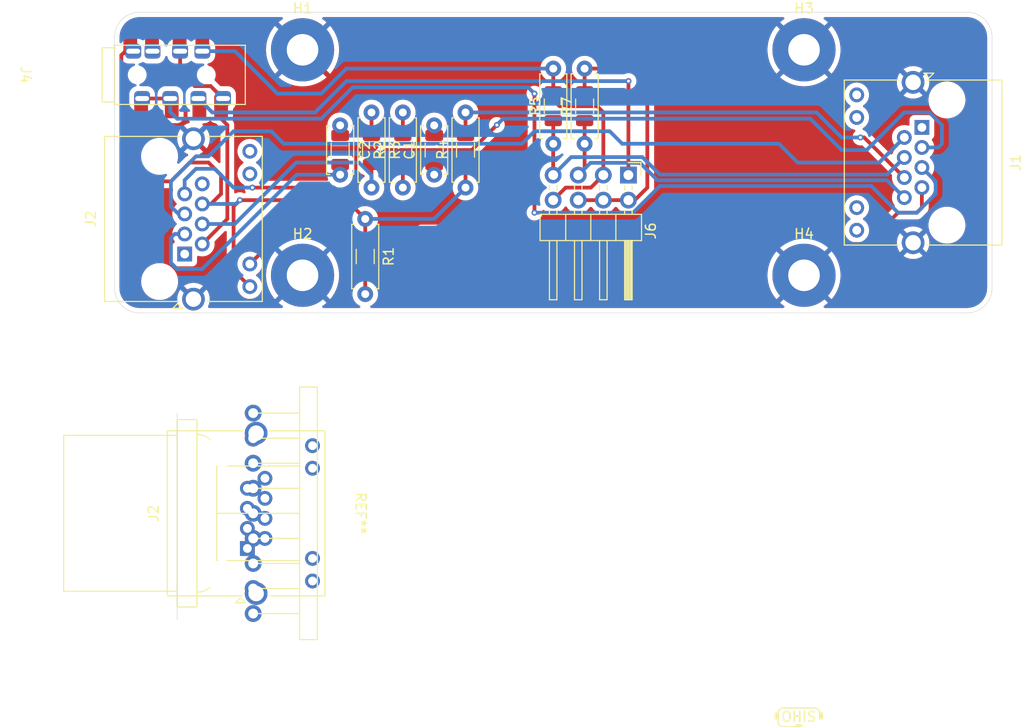
<source format=kicad_pcb>
(kicad_pcb (version 20240108) (generator "pcbnew") (generator_version "8.0")
  (layers (0 "F.Cu" signal) (31 "B.Cu" signal) (34 "B.Paste" user) (35 "F.Paste" user) (36 "B.SilkS" user "B.Silkscreen") (37 "F.SilkS" user "F.Silkscreen") (38 "B.Mask" user) (39 "F.Mask" user) (44 "Edge.Cuts" user))
  (net 0 "")
  (net 1 "Power Gnd")
  (net 3 "AF Out")
  (net 4 "Net-(J6-Pin_3)")
  (net 5 "Net-(J6-Pin_1)")
  (net 6 "HP Gnd")
  (net 8 "Net-(J6-Pin_2)")
  (net 9 "HP Left")
  (net 10 "HP Right")
  (net 11 "Net-(C1-Pad1)")
  (net 12 "OHIS Mic+")
  (net 13 "Mic+")
  (net 14 "Net-(C2-Pad1)")
  (net 15 "Shield")
  (net 16 "~{PTT}")
  (net 20 "Mic Gnd")
  (net 21 "~{Up Button}")
  (net 22 "+8v 10mA")
  (net 23 "~{Down Button}")
  (net 27 "Net-(J2-Pad10)")
  (footprint "Resistor_THT:R_Axial_DIN0207_L6.3mm_D2.5mm_P7.62mm_Horizontal" (layer "F.Cu") (at 89.535 73.66 -90)
    (property "Reference" "R3" (at 3.81 -2.37 90) (layer "F.SilkS"))
    (property "Value" "100R")
    (fp_line (start 0.54 1.37) (end 7.08 1.37) (stroke (width 0.12)) (layer "F.SilkS"))
    (fp_line (start 7.08 1.37) (end 7.08 1.04) (stroke (width 0.12)) (layer "F.SilkS"))
    (fp_line (start 0.54 1.04) (end 0.54 1.37) (stroke (width 0.12)) (layer "F.SilkS"))
    (fp_line (start 0.54 -1.04) (end 0.54 -1.37) (stroke (width 0.12)) (layer "F.SilkS"))
    (fp_line (start 0.54 -1.37) (end 7.08 -1.37) (stroke (width 0.12)) (layer "F.SilkS"))
    (fp_line (start 7.08 -1.37) (end 7.08 -1.04) (stroke (width 0.12)) (layer "F.SilkS"))
    (pad "1" thru_hole circle (at 0 0 270) (size 1.6 1.6) (drill 0.8) (layers "*.Cu" "*.Mask") (net 14 "Net-(C2-Pad1)"))
    (pad "2" thru_hole oval (at 7.62 0 270) (size 1.6 1.6) (drill 0.8) (layers "*.Cu" "*.Mask") (net 20 "Mic Gnd"))
  )
  (footprint "Libraries:Conn_GX16-8P" (layer "F.Cu") (at 69.85 114.3 -90)
    (property "Reference" "REF**" (at 0 -18.6 -90) (layer "F.SilkS"))
    (property "Value" "Conn_GX16-8P")
    (fp_line (start -7.9 11.5) (end 7.9 11.5) (stroke (width 0.12)) (layer "F.SilkS"))
    (fp_line (start 7.9 11.5) (end 7.9 0) (stroke (width 0.12)) (layer "F.SilkS"))
    (fp_line (start -7.9 0) (end -7.9 11.5) (stroke (width 0.12)) (layer "F.SilkS"))
    (fp_line (start -4.8 -4) (end -4.8 -12.4) (stroke (width 0.12)) (layer "F.SilkS"))
    (fp_line (start 0 -4) (end 0 -12.4) (stroke (width 0.12)) (layer "F.SilkS"))
    (fp_line (start 4.8 -4) (end 4.8 -12.4) (stroke (width 0.12)) (layer "F.SilkS"))
    (fp_line (start 6 -4) (end -6 -4) (stroke (width 0.12)) (layer "F.SilkS"))
    (fp_line (start -10.16 -7.62) (end -10.16 -12.446) (stroke (width 0.12)) (layer "F.SilkS"))
    (fp_line (start -7.62 -7.62) (end -7.62 -12.446) (stroke (width 0.12)) (layer "F.SilkS"))
    (fp_line (start -5.08 -7.62) (end -5.08 -12.4) (stroke (width 0.12)) (layer "F.SilkS"))
    (fp_line (start -2.54 -7.62) (end -2.54 -12.446) (stroke (width 0.12)) (layer "F.SilkS"))
    (fp_line (start 2.54 -7.62) (end 2.54 -12.446) (stroke (width 0.12)) (layer "F.SilkS"))
    (fp_line (start 5.08 -7.62) (end 5.08 -12.446) (stroke (width 0.12)) (layer "F.SilkS"))
    (fp_line (start 7.62 -7.62) (end 7.62 -12.446) (stroke (width 0.12)) (layer "F.SilkS"))
    (fp_line (start 10.16 -7.62) (end 10.16 -12.446) (stroke (width 0.12)) (layer "F.SilkS"))
    (fp_rect (start -9.5 0) (end 9.5 -2) (stroke (width 0.12)) (fill none) (layer "F.SilkS"))
    (fp_rect (start -12.8 -14.2) (end 12.8 -12.4) (stroke (width 0.12)) (fill none) (layer "F.SilkS"))
    (fp_arc (start -8 -2) (mid -7.414214 -3.414214) (end -6 -4) (stroke (width 0.12)) (layer "F.SilkS"))
    (fp_arc (start 6 -4) (mid 7.414214 -3.414214) (end 8 -2) (stroke (width 0.12)) (layer "F.SilkS"))
    (pad "1" thru_hole circle (at -7.62 -7.7 270) (size 1.7 1.7) (drill 1) (layers "*.Cu" "*.Mask"))
    (pad "2" thru_hole circle (at -5.08 -7.7 270) (size 1.7 1.7) (drill 1) (layers "*.Cu" "*.Mask"))
    (pad "3" thru_hole circle (at -2.54 -7.7 270) (size 1.7 1.7) (drill 1) (layers "*.Cu" "*.Mask"))
    (pad "4" thru_hole circle (at 0 -7.7 270) (size 1.7 1.7) (drill 1) (layers "*.Cu" "*.Mask"))
    (pad "5" thru_hole circle (at 2.54 -7.7 270) (size 1.7 1.7) (drill 1) (layers "*.Cu" "*.Mask"))
    (pad "6" thru_hole circle (at 5.08 -7.7 270) (size 1.7 1.7) (drill 1) (layers "*.Cu" "*.Mask"))
    (pad "7" thru_hole circle (at 7.62 -7.7 270) (size 1.7 1.7) (drill 1) (layers "*.Cu" "*.Mask"))
    (pad "8" thru_hole circle (at 10.16 -7.7 270) (size 1.7 1.7) (drill 1) (layers "*.Cu" "*.Mask"))
    (pad "MP" thru_hole circle (at -10.16 -7.7 270) (size 1.7 1.7) (drill 1) (layers "*.Cu" "*.Mask"))
  )
  (footprint "Capacitor_THT:C_Disc_D4.7mm_W2.5mm_P5.00mm" (layer "F.Cu") (at 86.36 74.97 -90)
    (property "Reference" "C2" (at 2.5 -2.5 90) (layer "F.SilkS"))
    (property "Value" "10uF")
    (fp_line (start 0.03 1.37) (end 4.97 1.37) (stroke (width 0.12)) (layer "F.SilkS"))
    (fp_line (start 0.03 1.055) (end 0.03 1.37) (stroke (width 0.12)) (layer "F.SilkS"))
    (fp_line (start 4.97 1.055) (end 4.97 1.37) (stroke (width 0.12)) (layer "F.SilkS"))
    (fp_line (start 0.03 -1.37) (end 0.03 -1.055) (stroke (width 0.12)) (layer "F.SilkS"))
    (fp_line (start 0.03 -1.37) (end 4.97 -1.37) (stroke (width 0.12)) (layer "F.SilkS"))
    (fp_line (start 4.97 -1.37) (end 4.97 -1.055) (stroke (width 0.12)) (layer "F.SilkS"))
    (pad "1" thru_hole circle (at 0 0 270) (size 1.6 1.6) (drill 0.8) (layers "*.Cu" "*.Mask") (net 14 "Net-(C2-Pad1)"))
    (pad "2" thru_hole circle (at 5 0 270) (size 1.6 1.6) (drill 0.8) (layers "*.Cu" "*.Mask") (net 13 "Mic+"))
  )
  (footprint "MountingHole:MountingHole_3.2mm_M3_Pad" (layer "F.Cu") (at 133.35 90.17)
    (property "Reference" "H4" (at 0 -4.2 0) (layer "F.SilkS"))
    (property "Value" "MountingHole_Pad")
    (pad "1" thru_hole circle (at 0 0) (size 6.4 6.4) (drill 3.2) (layers "*.Cu" "*.Mask") (net 15 "Shield"))
  )
  (footprint "Resistor_SMD:R_1206_3216Metric" (layer "F.Cu") (at 92.71 77.47 90)
    (property "Reference" "R10" (hide yes))
    (property "Value" "1k")
    (fp_line (start -0.727064 -0.91) (end 0.727064 -0.91) (stroke (width 0.12)) (layer "F.SilkS"))
    (fp_line (start -0.727064 0.91) (end 0.727064 0.91) (stroke (width 0.12)) (layer "F.SilkS"))
    (pad "1" smd roundrect (at -1.4625 0 90) (size 1.125 1.75) (layers "F.Cu" "F.Paste" "F.Mask") (roundrect_rratio 0.222222) (net 11 "Net-(C1-Pad1)"))
    (pad "2" smd roundrect (at 1.4625 0 90) (size 1.125 1.75) (layers "F.Cu" "F.Paste" "F.Mask") (roundrect_rratio 0.222222) (net 14 "Net-(C2-Pad1)"))
  )
  (footprint "Resistor_THT:R_Axial_DIN0207_L6.3mm_D2.5mm_P7.62mm_Horizontal" (layer "F.Cu") (at 107.95 76.835 90)
    (property "Reference" "R6" (hide yes))
    (property "Value" "100R")
    (fp_line (start 7.08 -1.37) (end 7.08 -1.04) (stroke (width 0.12)) (layer "F.SilkS"))
    (fp_line (start 0.54 -1.37) (end 7.08 -1.37) (stroke (width 0.12)) (layer "F.SilkS"))
    (fp_line (start 0.54 -1.04) (end 0.54 -1.37) (stroke (width 0.12)) (layer "F.SilkS"))
    (fp_line (start 0.54 1.04) (end 0.54 1.37) (stroke (width 0.12)) (layer "F.SilkS"))
    (fp_line (start 7.08 1.37) (end 7.08 1.04) (stroke (width 0.12)) (layer "F.SilkS"))
    (fp_line (start 0.54 1.37) (end 7.08 1.37) (stroke (width 0.12)) (layer "F.SilkS"))
    (pad "1" thru_hole circle (at 0 0 90) (size 1.6 1.6) (drill 0.8) (layers "*.Cu" "*.Mask") (net 9 "HP Left"))
    (pad "2" thru_hole oval (at 7.62 0 90) (size 1.6 1.6) (drill 0.8) (layers "*.Cu" "*.Mask") (net 4 "Net-(J6-Pin_3)"))
  )
  (footprint "Connector_PinHeader_2.54mm:PinHeader_2x04_P2.54mm_Horizontal" (layer "F.Cu") (at 115.56 80.01 -90)
    (property "Reference" "J6" (at 5.655 -2.27 90) (layer "F.SilkS"))
    (property "Value" "Speaker Input Config")
    (fp_line (start 3.98 8.95) (end 6.64 8.95) (stroke (width 0.12)) (layer "F.SilkS"))
    (fp_line (start 6.64 8.95) (end 6.64 -1.33) (stroke (width 0.12)) (layer "F.SilkS"))
    (fp_line (start 1.042929 8) (end 1.497071 8) (stroke (width 0.12)) (layer "F.SilkS"))
    (fp_line (start 3.582929 8) (end 3.98 8) (stroke (width 0.12)) (layer "F.SilkS"))
    (fp_line (start 12.64 8) (end 6.64 8) (stroke (width 0.12)) (layer "F.SilkS"))
    (fp_line (start 1.042929 7.24) (end 1.497071 7.24) (stroke (width 0.12)) (layer "F.SilkS"))
    (fp_line (start 3.582929 7.24) (end 3.98 7.24) (stroke (width 0.12)) (layer "F.SilkS"))
    (fp_line (start 6.64 7.24) (end 12.64 7.24) (stroke (width 0.12)) (layer "F.SilkS"))
    (fp_line (start 12.64 7.24) (end 12.64 8) (stroke (width 0.12)) (layer "F.SilkS"))
    (fp_line (start 3.98 6.35) (end 6.64 6.35) (stroke (width 0.12)) (layer "F.SilkS"))
    (fp_line (start 1.042929 5.46) (end 1.497071 5.46) (stroke (width 0.12)) (layer "F.SilkS"))
    (fp_line (start 3.582929 5.46) (end 3.98 5.46) (stroke (width 0.12)) (layer "F.SilkS"))
    (fp_line (start 12.64 5.46) (end 6.64 5.46) (stroke (width 0.12)) (layer "F.SilkS"))
    (fp_line (start 1.042929 4.7) (end 1.497071 4.7) (stroke (width 0.12)) (layer "F.SilkS"))
    (fp_line (start 3.582929 4.7) (end 3.98 4.7) (stroke (width 0.12)) (layer "F.SilkS"))
    (fp_line (start 6.64 4.7) (end 12.64 4.7) (stroke (width 0.12)) (layer "F.SilkS"))
    (fp_line (start 12.64 4.7) (end 12.64 5.46) (stroke (width 0.12)) (layer "F.SilkS"))
    (fp_line (start 3.98 3.81) (end 6.64 3.81) (stroke (width 0.12)) (layer "F.SilkS"))
    (fp_line (start 1.042929 2.92) (end 1.497071 2.92) (stroke (width 0.12)) (layer "F.SilkS"))
    (fp_line (start 3.582929 2.92) (end 3.98 2.92) (stroke (width 0.12)) (layer "F.SilkS"))
    (fp_line (start 12.64 2.92) (end 6.64 2.92) (stroke (width 0.12)) (layer "F.SilkS"))
    (fp_line (start 1.042929 2.16) (end 1.497071 2.16) (stroke (width 0.12)) (layer "F.SilkS"))
    (fp_line (start 3.582929 2.16) (end 3.98 2.16) (stroke (width 0.12)) (layer "F.SilkS"))
    (fp_line (start 6.64 2.16) (end 12.64 2.16) (stroke (width 0.12)) (layer "F.SilkS"))
    (fp_line (start 12.64 2.16) (end 12.64 2.92) (stroke (width 0.12)) (layer "F.SilkS"))
    (fp_line (start 3.98 1.27) (end 6.64 1.27) (stroke (width 0.12)) (layer "F.SilkS"))
    (fp_line (start 1.11 0.38) (end 1.497071 0.38) (stroke (width 0.12)) (layer "F.SilkS"))
    (fp_line (start 3.582929 0.38) (end 3.98 0.38) (stroke (width 0.12)) (layer "F.SilkS"))
    (fp_line (start 12.64 0.38) (end 6.64 0.38) (stroke (width 0.12)) (layer "F.SilkS"))
    (fp_line (start 6.64 0.28) (end 12.64 0.28) (stroke (width 0.12)) (layer "F.SilkS"))
    (fp_line (start 6.64 0.16) (end 12.64 0.16) (stroke (width 0.12)) (layer "F.SilkS"))
    (fp_line (start 6.64 0.04) (end 12.64 0.04) (stroke (width 0.12)) (layer "F.SilkS"))
    (fp_line (start -1.27 0) (end -1.27 -1.27) (stroke (width 0.12)) (layer "F.SilkS"))
    (fp_line (start 6.64 -0.08) (end 12.64 -0.08) (stroke (width 0.12)) (layer "F.SilkS"))
    (fp_line (start 6.64 -0.2) (end 12.64 -0.2) (stroke (width 0.12)) (layer "F.SilkS"))
    (fp_line (start 6.64 -0.32) (end 12.64 -0.32) (stroke (width 0.12)) (layer "F.SilkS"))
    (fp_line (start 1.11 -0.38) (end 1.497071 -0.38) (stroke (width 0.12)) (layer "F.SilkS"))
    (fp_line (start 3.582929 -0.38) (end 3.98 -0.38) (stroke (width 0.12)) (layer "F.SilkS"))
    (fp_line (start 6.64 -0.38) (end 12.64 -0.38) (stroke (width 0.12)) (layer "F.SilkS"))
    (fp_line (start 12.64 -0.38) (end 12.64 0.38) (stroke (width 0.12)) (layer "F.SilkS"))
    (fp_line (start -1.27 -1.27) (end 0 -1.27) (stroke (width 0.12)) (layer "F.SilkS"))
    (fp_line (start 3.98 -1.33) (end 3.98 8.95) (stroke (width 0.12)) (layer "F.SilkS"))
    (fp_line (start 6.64 -1.33) (end 3.98 -1.33) (stroke (width 0.12)) (layer "F.SilkS"))
    (pad "1" thru_hole rect (at 0 0 270) (size 1.7 1.7) (drill 1) (layers "*.Cu" "*.Mask") (net 5 "Net-(J6-Pin_1)"))
    (pad "2" thru_hole oval (at 2.54 0 270) (size 1.7 1.7) (drill 1) (layers "*.Cu" "*.Mask") (net 8 "Net-(J6-Pin_2)"))
    (pad "3" thru_hole oval (at 0 2.54 270) (size 1.7 1.7) (drill 1) (layers "*.Cu" "*.Mask") (net 4 "Net-(J6-Pin_3)"))
    (pad "4" thru_hole oval (at 2.54 2.54 270) (size 1.7 1.7) (drill 1) (layers "*.Cu" "*.Mask") (net 8 "Net-(J6-Pin_2)"))
    (pad "5" thru_hole oval (at 0 5.08 270) (size 1.7 1.7) (drill 1) (layers "*.Cu" "*.Mask") (net 10 "HP Right"))
    (pad "6" thru_hole oval (at 2.54 5.08 270) (size 1.7 1.7) (drill 1) (layers "*.Cu" "*.Mask") (net 8 "Net-(J6-Pin_2)"))
    (pad "7" thru_hole oval (at 0 7.62 270) (size 1.7 1.7) (drill 1) (layers "*.Cu" "*.Mask") (net 9 "HP Left"))
    (pad "8" thru_hole oval (at 2.54 7.62 270) (size 1.7 1.7) (drill 1) (layers "*.Cu" "*.Mask") (net 4 "Net-(J6-Pin_3)"))
  )
  (footprint "Resistor_THT:R_Axial_DIN0207_L6.3mm_D2.5mm_P7.62mm_Horizontal" (layer "F.Cu") (at 99.06 81.28 90)
    (property "Reference" "R4" (at 3.81 -2.37 -90) (layer "F.SilkS"))
    (property "Value" "6.2k")
    (fp_line (start 7.08 -1.37) (end 7.08 -1.04) (stroke (width 0.12)) (layer "F.SilkS"))
    (fp_line (start 0.54 -1.37) (end 7.08 -1.37) (stroke (width 0.12)) (layer "F.SilkS"))
    (fp_line (start 0.54 -1.04) (end 0.54 -1.37) (stroke (width 0.12)) (layer "F.SilkS"))
    (fp_line (start 0.54 1.04) (end 0.54 1.37) (stroke (width 0.12)) (layer "F.SilkS"))
    (fp_line (start 7.08 1.37) (end 7.08 1.04) (stroke (width 0.12)) (layer "F.SilkS"))
    (fp_line (start 0.54 1.37) (end 7.08 1.37) (stroke (width 0.12)) (layer "F.SilkS"))
    (pad "1" thru_hole circle (at 0 0 90) (size 1.6 1.6) (drill 0.8) (layers "*.Cu" "*.Mask") (net 22 "+8v 10mA"))
    (pad "2" thru_hole oval (at 7.62 0 90) (size 1.6 1.6) (drill 0.8) (layers "*.Cu" "*.Mask") (net 12 "OHIS Mic+"))
  )
  (footprint "Resistor_THT:R_Axial_DIN0207_L6.3mm_D2.5mm_P7.62mm_Horizontal" (layer "F.Cu") (at 88.9 84.455 -90)
    (property "Reference" "R1" (at 3.81 -2.37 90) (layer "F.SilkS"))
    (property "Value" "1k")
    (fp_line (start 0.54 1.37) (end 7.08 1.37) (stroke (width 0.12)) (layer "F.SilkS"))
    (fp_line (start 7.08 1.37) (end 7.08 1.04) (stroke (width 0.12)) (layer "F.SilkS"))
    (fp_line (start 0.54 1.04) (end 0.54 1.37) (stroke (width 0.12)) (layer "F.SilkS"))
    (fp_line (start 0.54 -1.04) (end 0.54 -1.37) (stroke (width 0.12)) (layer "F.SilkS"))
    (fp_line (start 0.54 -1.37) (end 7.08 -1.37) (stroke (width 0.12)) (layer "F.SilkS"))
    (fp_line (start 7.08 -1.37) (end 7.08 -1.04) (stroke (width 0.12)) (layer "F.SilkS"))
    (pad "1" thru_hole circle (at 0 0 270) (size 1.6 1.6) (drill 0.8) (layers "*.Cu" "*.Mask") (net 22 "+8v 10mA"))
    (pad "2" thru_hole oval (at 7.62 0 270) (size 1.6 1.6) (drill 0.8) (layers "*.Cu" "*.Mask") (net 27 "Net-(J2-Pad10)"))
  )
  (footprint "Connector_RJ:RJ45_Amphenol_RJHSE538X" (layer "F.Cu") (at 76.96 117.86 90)
    (property "Reference" "J2" (at 3.56 -9.5 -90) (layer "F.SilkS"))
    (property "Value" "Kenwood RJ45 Mic")
    (fp_line (start 11.925 -8.11) (end 11.925 -0.5) (stroke (width 0.12)) (layer "F.SilkS"))
    (fp_line (start -4.805 -8.11) (end 11.925 -8.11) (stroke (width 0.12)) (layer "F.SilkS"))
    (fp_line (start -4.805 -8.11) (end -4.805 -0.5) (stroke (width 0.12)) (layer "F.SilkS"))
    (fp_line (start -5.5 -1.2) (end -5 -0.7) (stroke (width 0.12)) (layer "F.SilkS"))
    (fp_line (start -5 -0.7) (end -5.5 -0.2) (stroke (width 0.12)) (layer "F.SilkS"))
    (fp_line (start -5.5 -0.2) (end -5.5 -1.2) (stroke (width 0.12)) (layer "F.SilkS"))
    (fp_line (start 11.925 7.86) (end 11.925 2.3) (stroke (width 0.12)) (layer "F.SilkS"))
    (fp_line (start -4.805 7.86) (end -4.805 2.3) (stroke (width 0.12)) (layer "F.SilkS"))
    (fp_line (start -4.805 7.86) (end 11.925 7.86) (stroke (width 0.12)) (layer "F.SilkS"))
    (pad "" np_thru_hole circle (at -2.79 -2.54 90) (size 3.25 3.25) (drill 3.25) (layers "F&B.Cu" "*.Mask"))
    (pad "" np_thru_hole circle (at 9.91 -2.54 90) (size 3.25 3.25) (drill 3.25) (layers "F&B.Cu" "*.Mask"))
    (pad "1" thru_hole rect (at 0 0 90) (size 1.5 1.5) (drill 0.89) (layers "*.Cu" "*.Mask"))
    (pad "2" thru_hole circle (at 1.016 1.78 90) (size 1.5 1.5) (drill 0.89) (layers "*.Cu" "*.Mask"))
    (pad "3" thru_hole circle (at 2.032 0 90) (size 1.5 1.5) (drill 0.89) (layers "*.Cu" "*.Mask"))
    (pad "4" thru_hole circle (at 3.048 1.78 90) (size 1.5 1.5) (drill 0.89) (layers "*.Cu" "*.Mask"))
    (pad "5" thru_hole circle (at 4.064 0 90) (size 1.5 1.5) (drill 0.89) (layers "*.Cu" "*.Mask"))
    (pad "6" thru_hole circle (at 5.08 1.78 90) (size 1.5 1.5) (drill 0.89) (layers "*.Cu" "*.Mask"))
    (pad "7" thru_hole circle (at 6.096 0 90) (size 1.5 1.5) (drill 0.89) (layers "*.Cu" "*.Mask"))
    (pad "8" thru_hole circle (at 7.112 1.78 90) (size 1.5 1.5) (drill 0.89) (layers "*.Cu" "*.Mask"))
    (pad "9" thru_hole circle (at -3.3 6.6 90) (size 1.5 1.5) (drill 0.89) (layers "*.Cu" "*.Mask"))
    (pad "10" thru_hole circle (at -1.01 6.6 90) (size 1.5 1.5) (drill 0.89) (layers "*.Cu" "*.Mask"))
    (pad "11" thru_hole circle (at 8.13 6.6 90) (size 1.5 1.5) (drill 0.89) (layers "*.Cu" "*.Mask"))
    (pad "12" thru_hole circle (at 10.42 6.6 90) (size 1.5 1.5) (drill 0.89) (layers "*.Cu" "*.Mask"))
    (pad "SH" thru_hole circle (at -4.57 0.89 90) (size 2.3 2.3) (drill 1.57) (layers "*.Cu" "*.Mask"))
    (pad "SH" thru_hole circle (at 11.69 0.89 90) (size 2.3 2.3) (drill 1.57) (layers "*.Cu" "*.Mask"))
  )
  (footprint "Connector_RJ:RJ45_Amphenol_RJHSE538X" (layer "F.Cu") (at 70.61 88.015 90)
    (property "Reference" "J2" (at 3.56 -9.5 -90) (layer "F.SilkS"))
    (property "Value" "Kenwood RJ45 Mic")
    (fp_line (start 11.925 -8.11) (end 11.925 -0.5) (stroke (width 0.12)) (layer "F.SilkS"))
    (fp_line (start -4.805 -8.11) (end 11.925 -8.11) (stroke (width 0.12)) (layer "F.SilkS"))
    (fp_line (start -4.805 -8.11) (end -4.805 -0.5) (stroke (width 0.12)) (layer "F.SilkS"))
    (fp_line (start -5.5 -1.2) (end -5 -0.7) (stroke (width 0.12)) (layer "F.SilkS"))
    (fp_line (start -5 -0.7) (end -5.5 -0.2) (stroke (width 0.12)) (layer "F.SilkS"))
    (fp_line (start -5.5 -0.2) (end -5.5 -1.2) (stroke (width 0.12)) (layer "F.SilkS"))
    (fp_line (start 11.925 7.86) (end 11.925 2.3) (stroke (width 0.12)) (layer "F.SilkS"))
    (fp_line (start -4.805 7.86) (end -4.805 2.3) (stroke (width 0.12)) (layer "F.SilkS"))
    (fp_line (start -4.805 7.86) (end 11.925 7.86) (stroke (width 0.12)) (layer "F.SilkS"))
    (pad "" np_thru_hole circle (at -2.79 -2.54 90) (size 3.25 3.25) (drill 3.25) (layers "*.Cu" "*.Mask"))
    (pad "" np_thru_hole circle (at 9.91 -2.54 90) (size 3.25 3.25) (drill 3.25) (layers "*.Cu" "*.Mask"))
    (pad "1" thru_hole rect (at 0 0 90) (size 1.5 1.5) (drill 0.89) (layers "*.Cu" "*.Mask") (net 23 "~{Down Button}"))
    (pad "2" thru_hole circle (at 1.016 1.78 90) (size 1.5 1.5) (drill 0.89) (layers "*.Cu" "*.Mask") (net 3 "AF Out"))
    (pad "3" thru_hole circle (at 2.032 0 90) (size 1.5 1.5) (drill 0.89) (layers "*.Cu" "*.Mask") (net 13 "Mic+"))
    (pad "4" thru_hole circle (at 3.048 1.78 90) (size 1.5 1.5) (drill 0.89) (layers "*.Cu" "*.Mask") (net 20 "Mic Gnd"))
    (pad "5" thru_hole circle (at 4.064 0 90) (size 1.5 1.5) (drill 0.89) (layers "*.Cu" "*.Mask") (net 16 "~{PTT}"))
    (pad "6" thru_hole circle (at 5.08 1.78 90) (size 1.5 1.5) (drill 0.89) (layers "*.Cu" "*.Mask") (net 1 "Power Gnd"))
    (pad "7" thru_hole circle (at 6.096 0 90) (size 1.5 1.5) (drill 0.89) (layers "*.Cu" "*.Mask") (net 22 "+8v 10mA"))
    (pad "8" thru_hole circle (at 7.112 1.78 90) (size 1.5 1.5) (drill 0.89) (layers "*.Cu" "*.Mask") (net 21 "~{Up Button}"))
    (pad "9" thru_hole circle (at -3.3 6.6 90) (size 1.5 1.5) (drill 0.89) (layers "*.Cu" "*.Mask") (net 1 "Power Gnd"))
    (pad "10" thru_hole circle (at -1.01 6.6 90) (size 1.5 1.5) (drill 0.89) (layers "*.Cu" "*.Mask") (net 27 "Net-(J2-Pad10)"))
    (pad "11" thru_hole circle (at 8.13 6.6 90) (size 1.5 1.5) (drill 0.89) (layers "*.Cu" "*.Mask"))
    (pad "12" thru_hole circle (at 10.42 6.6 90) (size 1.5 1.5) (drill 0.89) (layers "*.Cu" "*.Mask"))
    (pad "SH" thru_hole circle (at -4.57 0.89 90) (size 2.3 2.3) (drill 1.57) (layers "*.Cu" "*.Mask") (net 15 "Shield"))
    (pad "SH" thru_hole circle (at 11.69 0.89 90) (size 2.3 2.3) (drill 1.57) (layers "*.Cu" "*.Mask") (net 15 "Shield"))
  )
  (footprint "Capacitor_SMD:C_1206_3216Metric" (layer "F.Cu") (at 86.36 77.47 -90)
    (property "Reference" "C4" (hide yes))
    (property "Value" "10uF")
    (fp_line (start -0.711252 0.91) (end 0.711252 0.91) (stroke (width 0.12)) (layer "F.SilkS"))
    (fp_line (start -0.711252 -0.91) (end 0.711252 -0.91) (stroke (width 0.12)) (layer "F.SilkS"))
    (pad "1" smd roundrect (at -1.475 0 270) (size 1.15 1.8) (layers "F.Cu" "F.Paste" "F.Mask") (roundrect_rratio 0.217391) (net 14 "Net-(C2-Pad1)"))
    (pad "2" smd roundrect (at 1.475 0 270) (size 1.15 1.8) (layers "F.Cu" "F.Paste" "F.Mask") (roundrect_rratio 0.217391) (net 13 "Mic+"))
  )
  (footprint "Capacitor_THT:C_Disc_D4.7mm_W2.5mm_P5.00mm" (layer "F.Cu") (at 95.885 79.97 90)
    (property "Reference" "C1" (at 2.5 -2.5 -90) (layer "F.SilkS"))
    (property "Value" "10uF")
    (fp_line (start 4.97 -1.37) (end 4.97 -1.055) (stroke (width 0.12)) (layer "F.SilkS"))
    (fp_line (start 0.03 -1.37) (end 4.97 -1.37) (stroke (width 0.12)) (layer "F.SilkS"))
    (fp_line (start 0.03 -1.37) (end 0.03 -1.055) (stroke (width 0.12)) (layer "F.SilkS"))
    (fp_line (start 4.97 1.055) (end 4.97 1.37) (stroke (width 0.12)) (layer "F.SilkS"))
    (fp_line (start 0.03 1.055) (end 0.03 1.37) (stroke (width 0.12)) (layer "F.SilkS"))
    (fp_line (start 0.03 1.37) (end 4.97 1.37) (stroke (width 0.12)) (layer "F.SilkS"))
    (pad "1" thru_hole circle (at 0 0 90) (size 1.6 1.6) (drill 0.8) (layers "*.Cu" "*.Mask") (net 11 "Net-(C1-Pad1)"))
    (pad "2" thru_hole circle (at 5 0 90) (size 1.6 1.6) (drill 0.8) (layers "*.Cu" "*.Mask") (net 12 "OHIS Mic+"))
  )
  (footprint "Resistor_THT:R_Axial_DIN0207_L6.3mm_D2.5mm_P7.62mm_Horizontal" (layer "F.Cu") (at 92.71 81.28 90)
    (property "Reference" "R2" (at 3.81 -2.37 -90) (layer "F.SilkS"))
    (property "Value" "1k")
    (fp_line (start 7.08 -1.37) (end 7.08 -1.04) (stroke (width 0.12)) (layer "F.SilkS"))
    (fp_line (start 0.54 -1.37) (end 7.08 -1.37) (stroke (width 0.12)) (layer "F.SilkS"))
    (fp_line (start 0.54 -1.04) (end 0.54 -1.37) (stroke (width 0.12)) (layer "F.SilkS"))
    (fp_line (start 0.54 1.04) (end 0.54 1.37) (stroke (width 0.12)) (layer "F.SilkS"))
    (fp_line (start 7.08 1.37) (end 7.08 1.04) (stroke (width 0.12)) (layer "F.SilkS"))
    (fp_line (start 0.54 1.37) (end 7.08 1.37) (stroke (width 0.12)) (layer "F.SilkS"))
    (pad "1" thru_hole circle (at 0 0 90) (size 1.6 1.6) (drill 0.8) (layers "*.Cu" "*.Mask") (net 11 "Net-(C1-Pad1)"))
    (pad "2" thru_hole oval (at 7.62 0 90) (size 1.6 1.6) (drill 0.8) (layers "*.Cu" "*.Mask") (net 14 "Net-(C2-Pad1)"))
  )
  (footprint "Resistor_SMD:R_1206_3216Metric" (layer "F.Cu") (at 88.9 88.265 -90)
    (property "Reference" "R12" (hide yes))
    (property "Value" "1k")
    (fp_line (start -0.727064 0.91) (end 0.727064 0.91) (stroke (width 0.12)) (layer "F.SilkS"))
    (fp_line (start -0.727064 -0.91) (end 0.727064 -0.91) (stroke (width 0.12)) (layer "F.SilkS"))
    (pad "1" smd roundrect (at -1.4625 0 270) (size 1.125 1.75) (layers "F.Cu" "F.Paste" "F.Mask") (roundrect_rratio 0.222222) (net 22 "+8v 10mA"))
    (pad "2" smd roundrect (at 1.4625 0 270) (size 1.125 1.75) (layers "F.Cu" "F.Paste" "F.Mask") (roundrect_rratio 0.222222) (net 27 "Net-(J2-Pad10)"))
  )
  (footprint "Resistor_SMD:R_1206_3216Metric" (layer "F.Cu") (at 89.535 77.47 -90)
    (property "Reference" "R9" (hide yes))
    (property "Value" "100R")
    (fp_line (start -0.727064 0.91) (end 0.727064 0.91) (stroke (width 0.12)) (layer "F.SilkS"))
    (fp_line (start -0.727064 -0.91) (end 0.727064 -0.91) (stroke (width 0.12)) (layer "F.SilkS"))
    (pad "1" smd roundrect (at -1.4625 0 270) (size 1.125 1.75) (layers "F.Cu" "F.Paste" "F.Mask") (roundrect_rratio 0.222222) (net 14 "Net-(C2-Pad1)"))
    (pad "2" smd roundrect (at 1.4625 0 270) (size 1.125 1.75) (layers "F.Cu" "F.Paste" "F.Mask") (roundrect_rratio 0.222222) (net 20 "Mic Gnd"))
  )
  (footprint "Resistor_SMD:R_1206_3216Metric" (layer "F.Cu") (at 111.125 73.025 90)
    (property "Reference" "R7" (at 0 -1.82 -90) (layer "F.SilkS"))
    (property "Value" "100R")
    (fp_line (start -0.727064 -0.91) (end 0.727064 -0.91) (stroke (width 0.12)) (layer "F.SilkS"))
    (fp_line (start -0.727064 0.91) (end 0.727064 0.91) (stroke (width 0.12)) (layer "F.SilkS"))
    (pad "1" smd roundrect (at -1.4625 0 90) (size 1.125 1.75) (layers "F.Cu" "F.Paste" "F.Mask") (roundrect_rratio 0.222222) (net 10 "HP Right"))
    (pad "2" smd roundrect (at 1.4625 0 90) (size 1.125 1.75) (layers "F.Cu" "F.Paste" "F.Mask") (roundrect_rratio 0.222222) (net 8 "Net-(J6-Pin_2)"))
  )
  (footprint "Resistor_SMD:R_1206_3216Metric" (layer "F.Cu") (at 99.06 77.47 90)
    (property "Reference" "R11" (hide yes))
    (property "Value" "6.2k")
    (fp_line (start -0.727064 -0.91) (end 0.727064 -0.91) (stroke (width 0.12)) (layer "F.SilkS"))
    (fp_line (start -0.727064 0.91) (end 0.727064 0.91) (stroke (width 0.12)) (layer "F.SilkS"))
    (pad "1" smd roundrect (at -1.4625 0 90) (size 1.125 1.75) (layers "F.Cu" "F.Paste" "F.Mask") (roundrect_rratio 0.222222) (net 22 "+8v 10mA"))
    (pad "2" smd roundrect (at 1.4625 0 90) (size 1.125 1.75) (layers "F.Cu" "F.Paste" "F.Mask") (roundrect_rratio 0.222222) (net 12 "OHIS Mic+"))
  )
  (footprint "Resistor_SMD:R_1206_3216Metric" (layer "F.Cu") (at 107.95 73.025 90)
    (property "Reference" "R5" (at 0 -1.82 -90) (layer "F.SilkS"))
    (property "Value" "100R")
    (fp_line (start -0.727064 -0.91) (end 0.727064 -0.91) (stroke (width 0.12)) (layer "F.SilkS"))
    (fp_line (start -0.727064 0.91) (end 0.727064 0.91) (stroke (width 0.12)) (layer "F.SilkS"))
    (pad "1" smd roundrect (at -1.4625 0 90) (size 1.125 1.75) (layers "F.Cu" "F.Paste" "F.Mask") (roundrect_rratio 0.222222) (net 9 "HP Left"))
    (pad "2" smd roundrect (at 1.4625 0 90) (size 1.125 1.75) (layers "F.Cu" "F.Paste" "F.Mask") (roundrect_rratio 0.222222) (net 4 "Net-(J6-Pin_3)"))
  )
  (footprint "Resistor_THT:R_Axial_DIN0207_L6.3mm_D2.5mm_P7.62mm_Horizontal" (layer "F.Cu") (at 111.125 69.215 -90)
    (property "Reference" "R8" (hide yes))
    (property "Value" "100R")
    (fp_line (start 0.54 1.37) (end 7.08 1.37) (stroke (width 0.12)) (layer "F.SilkS"))
    (fp_line (start 7.08 1.37) (end 7.08 1.04) (stroke (width 0.12)) (layer "F.SilkS"))
    (fp_line (start 0.54 1.04) (end 0.54 1.37) (stroke (width 0.12)) (layer "F.SilkS"))
    (fp_line (start 0.54 -1.04) (end 0.54 -1.37) (stroke (width 0.12)) (layer "F.SilkS"))
    (fp_line (start 0.54 -1.37) (end 7.08 -1.37) (stroke (width 0.12)) (layer "F.SilkS"))
    (fp_line (start 7.08 -1.37) (end 7.08 -1.04) (stroke (width 0.12)) (layer "F.SilkS"))
    (pad "1" thru_hole circle (at 0 0 270) (size 1.6 1.6) (drill 0.8) (layers "*.Cu" "*.Mask") (net 8 "Net-(J6-Pin_2)"))
    (pad "2" thru_hole oval (at 7.62 0 270) (size 1.6 1.6) (drill 0.8) (layers "*.Cu" "*.Mask") (net 10 "HP Right"))
  )
  (footprint "Connector_RJ:RJ45_Amphenol_RJHSE538X" (layer "F.Cu") (at 145.29 75.18 -90)
    (property "Reference" "J1" (at 3.56 -9.5 90) (layer "F.SilkS"))
    (property "Value" "OHIS RJ45")
    (fp_line (start -4.805 7.86) (end 11.925 7.86) (stroke (width 0.12)) (layer "F.SilkS"))
    (fp_line (start -4.805 7.86) (end -4.805 2.3) (stroke (width 0.12)) (layer "F.SilkS"))
    (fp_line (start 11.925 7.86) (end 11.925 2.3) (stroke (width 0.12)) (layer "F.SilkS"))
    (fp_line (start -5.5 -0.2) (end -5.5 -1.2) (stroke (width 0.12)) (layer "F.SilkS"))
    (fp_line (start -5 -0.7) (end -5.5 -0.2) (stroke (width 0.12)) (layer "F.SilkS"))
    (fp_line (start -5.5 -1.2) (end -5 -0.7) (stroke (width 0.12)) (layer "F.SilkS"))
    (fp_line (start -4.805 -8.11) (end -4.805 -0.5) (stroke (width 0.12)) (layer "F.SilkS"))
    (fp_line (start -4.805 -8.11) (end 11.925 -8.11) (stroke (width 0.12)) (layer "F.SilkS"))
    (fp_line (start 11.925 -8.11) (end 11.925 -0.5) (stroke (width 0.12)) (layer "F.SilkS"))
    (pad "" np_thru_hole circle (at -2.79 -2.54 270) (size 3.25 3.25) (drill 3.25) (layers "*.Cu" "*.Mask"))
    (pad "" np_thru_hole circle (at 9.91 -2.54 270) (size 3.25 3.25) (drill 3.25) (layers "*.Cu" "*.Mask"))
    (pad "1" thru_hole rect (at 0 0 270) (size 1.5 1.5) (drill 0.89) (layers "*.Cu" "*.Mask"))
    (pad "2" thru_hole circle (at 1.016 1.78 270) (size 1.5 1.5) (drill 0.89) (layers "*.Cu" "*.Mask") (net 16 "~{PTT}"))
    (pad "3" thru_hole circle (at 2.032 0 270) (size 1.5 1.5) (drill 0.89) (layers "*.Cu" "*.Mask") (net 20 "Mic Gnd"))
    (pad "4" thru_hole circle (at 3.048 1.78 270) (size 1.5 1.5) (drill 0.89) (layers "*.Cu" "*.Mask") (net 9 "HP Left"))
    (pad "5" thru_hole circle (at 4.064 0 270) (size 1.5 1.5) (drill 0.89) (layers "*.Cu" "*.Mask") (net 6 "HP Gnd"))
    (pad "6" thru_hole circle (at 5.08 1.78 270) (size 1.5 1.5) (drill 0.89) (layers "*.Cu" "*.Mask") (net 12 "OHIS Mic+"))
    (pad "7" thru_hole circle (at 6.096 0 270) (size 1.5 1.5) (drill 0.89) (layers "*.Cu" "*.Mask") (net 1 "Power Gnd"))
    (pad "8" thru_hole circle (at 7.112 1.78 270) (size 1.5 1.5) (drill 0.89) (layers "*.Cu" "*.Mask") (net 10 "HP Right"))
    (pad "9" thru_hole circle (at -3.3 6.6 270) (size 1.5 1.5) (drill 0.89) (layers "*.Cu" "*.Mask"))
    (pad "10" thru_hole circle (at -1.01 6.6 270) (size 1.5 1.5) (drill 0.89) (layers "*.Cu" "*.Mask"))
    (pad "11" thru_hole circle (at 8.13 6.6 270) (size 1.5 1.5) (drill 0.89) (layers "*.Cu" "*.Mask"))
    (pad "12" thru_hole circle (at 10.42 6.6 270) (size 1.5 1.5) (drill 0.89) (layers "*.Cu" "*.Mask"))
    (pad "SH" thru_hole circle (at -4.57 0.89 270) (size 2.3 2.3) (drill 1.57) (layers "*.Cu" "*.Mask") (net 15 "Shield"))
    (pad "SH" thru_hole circle (at 11.69 0.89 270) (size 2.3 2.3) (drill 1.57) (layers "*.Cu" "*.Mask") (net 15 "Shield"))
  )
  (footprint "Libraries:Conn_3.5mm-PJ-393_SMT-C668609_TH-C145811" (layer "F.Cu") (at 63.5 69.85 -90)
    (property "Reference" "J4" (at 0 9 -90) (layer "F.SilkS"))
    (property "Value" "Headphone In")
    (fp_line (start -2.75 1.25) (end 2.75 1.25) (stroke (width 0.12)) (layer "F.SilkS"))
    (fp_line (start 2.75 1.25) (end 2.75 0) (stroke (width 0.12)) (layer "F.SilkS"))
    (fp_line (start -3 0) (end 3 0) (stroke (width 0.12)) (layer "F.SilkS"))
    (fp_line (start -2.75 0) (end -2.75 1.25) (stroke (width 0.12)) (layer "F.SilkS"))
    (fp_line (start 3 0) (end 3 -13.25) (stroke (width 0.12)) (layer "F.SilkS"))
    (fp_line (start -3 -13.25) (end -3 0) (stroke (width 0.12)) (layer "F.SilkS"))
    (fp_line (start 3 -13.25) (end -3 -13.25) (stroke (width 0.12)) (layer "F.SilkS"))
    (pad "" np_thru_hole circle (at 0 -9.3 270) (size 1.2 1.2) (drill 1.4) (layers "F&B.Cu" "*.Mask"))
    (pad "" np_thru_hole circle (at 0 -2.3 270) (size 1.2 1.2) (drill 1.4) (layers "F&B.Cu" "*.Mask"))
    (pad "R1" thru_hole roundrect (at 2.4 -8.5 270) (size 1.5 1.6) (drill oval 0.5 1.4) (layers "*.Cu" "*.Mask") (net 5 "Net-(J6-Pin_1)"))
    (pad "R1" smd roundrect (at 3.2 -8.6 270) (size 2.4 1.4) (layers "F.Cu" "F.Paste" "F.Mask") (roundrect_rratio 0.15) (net 5 "Net-(J6-Pin_1)"))
    (pad "R1N" smd roundrect (at -3.2 -6.6 270) (size 2.4 1.4) (layers "F.Cu" "F.Paste" "F.Mask") (roundrect_rratio 0.15) (net 3 "AF Out"))
    (pad "R1N" thru_hole roundrect (at -2.4 -6.65 270) (size 1.5 1.6) (drill oval 0.5 1.4) (layers "*.Cu" "*.Mask") (net 3 "AF Out"))
    (pad "R2" thru_hole roundrect (at 2.4 -5.65 270) (size 1.5 1.6) (drill oval 0.5 1.4) (layers "*.Cu" "*.Mask") (net 6 "HP Gnd"))
    (pad "R2" smd roundrect (at 3.2 -5.8 270) (size 2.4 1.4) (layers "F.Cu" "F.Paste" "F.Mask") (roundrect_rratio 0.15) (net 6 "HP Gnd"))
    (pad "R2N" smd roundrect (at -3.2 -3.8 270) (size 2.4 1.4) (layers "F.Cu" "F.Paste" "F.Mask") (roundrect_rratio 0.15))
    (pad "R2N" thru_hole roundrect (at -2.4 -3.85 270) (size 1.5 1.6) (drill oval 0.5 1.4) (layers "*.Cu" "*.Mask"))
    (pad "S" thru_hole roundrect (at 2.4 -2.8 270) (size 1.5 1.6) (drill oval 0.5 1.4) (layers "*.Cu" "*.Mask") (net 6 "HP Gnd"))
    (pad "S" smd roundrect (at 3.2 -2.7 270) (size 2.4 1.4) (layers "F.Cu" "F.Paste" "F.Mask") (roundrect_rratio 0.15) (net 6 "HP Gnd"))
    (pad "SN" smd roundrect (at -3.2 -1.6 270) (size 2.4 1.4) (layers "F.Cu" "F.Paste" "F.Mask") (roundrect_rratio 0.15) (net 1 "Power Gnd"))
    (pad "SN" thru_hole roundrect (at -2.4 -1.9 270) (size 1.5 1.6) (drill oval 0.5 1.4) (layers "*.Cu" "*.Mask") (net 1 "Power Gnd"))
    (pad "T" smd roundrect (at -3.2 -8.9 270) (size 2.4 1.4) (layers "F.Cu" "F.Paste" "F.Mask") (roundrect_rratio 0.15) (net 4 "Net-(J6-Pin_3)"))
    (pad "T" thru_hole roundrect (at -2.4 -8.9 270) (size 1.5 1.6) (drill oval 0.5 1.4) (layers "*.Cu" "*.Mask") (net 4 "Net-(J6-Pin_3)"))
    (pad "TN" thru_hole roundrect (at 2.4 -11 270) (size 1.5 1.6) (drill oval 0.5 1.4) (layers "*.Cu" "*.Mask") (net 3 "AF Out"))
    (pad "TN" smd roundrect (at 3.2 -10.8 270) (size 2.4 1.4) (layers "F.Cu" "F.Paste" "F.Mask") (roundrect_rratio 0.15) (net 3 "AF Out"))
  )
  (footprint "Capacitor_SMD:C_1206_3216Metric" (layer "F.Cu") (at 95.885 77.47 90)
    (property "Reference" "C3" (hide yes))
    (property "Value" "10uF")
    (fp_line (start -0.711252 -0.91) (end 0.711252 -0.91) (stroke (width 0.12)) (layer "F.SilkS"))
    (fp_line (start -0.711252 0.91) (end 0.711252 0.91) (stroke (width 0.12)) (layer "F.SilkS"))
    (pad "1" smd roundrect (at -1.475 0 90) (size 1.15 1.8) (layers "F.Cu" "F.Paste" "F.Mask") (roundrect_rratio 0.217391) (net 11 "Net-(C1-Pad1)"))
    (pad "2" smd roundrect (at 1.475 0 90) (size 1.15 1.8) (layers "F.Cu" "F.Paste" "F.Mask") (roundrect_rratio 0.217391) (net 12 "OHIS Mic+"))
  )
  (footprint "MountingHole:MountingHole_3.2mm_M3_Pad" (layer "F.Cu") (at 82.55 67.31)
    (property "Reference" "H1" (at 0 -4.2 0) (layer "F.SilkS"))
    (property "Value" "MountingHole_Pad")
    (pad "1" thru_hole circle (at 0 0) (size 6.4 6.4) (drill 3.2) (layers "*.Cu" "*.Mask") (net 15 "Shield"))
  )
  (footprint "MountingHole:MountingHole_3.2mm_M3_Pad" (layer "F.Cu") (at 82.55 90.17)
    (property "Reference" "H2" (at 0 -4.2 0) (layer "F.SilkS"))
    (property "Value" "MountingHole_Pad")
    (pad "1" thru_hole circle (at 0 0) (size 6.4 6.4) (drill 3.2) (layers "*.Cu" "*.Mask") (net 15 "Shield"))
  )
  (footprint "OHIS:Logo_OHIS_Small" (layer "F.Cu") (at 132.83 134.93)
    (property "Reference" "G1" (hide yes))
    (property "Value" "Board_Artwork" (hide yes))
    (fp_line (start -2.1 -0.4) (end -2.1 0.5) (stroke (width 0.12)) (layer "F.SilkS"))
    (fp_line (start -1.6 1) (end 0.3 1) (stroke (width 0.12)) (layer "F.SilkS"))
    (fp_line (start 1.6 -0.9) (end -1.6 -0.9) (stroke (width 0.12)) (layer "F.SilkS"))
    (fp_rect (start -2.1 0.2) (end -2.4 -0.4) (stroke (width 0.12)) (fill solid) (layer "F.SilkS"))
    (fp_rect (start 0.3 1) (end -0.3 0.8) (stroke (width 0.12)) (fill solid) (layer "F.SilkS"))
    (fp_rect (start 2.4 0.2) (end 2.1 -0.4) (stroke (width 0.12)) (fill solid) (layer "F.SilkS"))
    (fp_arc (start -2.1 -0.4) (mid -1.953553 -0.753553) (end -1.6 -0.9) (stroke (width 0.12)) (layer "F.SilkS"))
    (fp_arc (start -1.6 1) (mid -1.953553 0.853553) (end -2.1 0.5) (stroke (width 0.12)) (layer "F.SilkS"))
    (fp_arc (start 1.6 -0.9) (mid 1.953553 -0.753553) (end 2.1 -0.4) (stroke (width 0.12)) (layer "F.SilkS"))
    (fp_text user "OHIS" (at 0 0 0) (layer "F.SilkS"))
  )
  (footprint "MountingHole:MountingHole_3.2mm_M3_Pad" (layer "F.Cu") (at 133.35 67.31)
    (property "Reference" "H3" (at 0 -4.2 0) (layer "F.SilkS"))
    (property "Value" "MountingHole_Pad")
    (pad "1" thru_hole circle (at 0 0) (size 6.4 6.4) (drill 3.2) (layers "*.Cu" "*.Mask") (net 15 "Shield"))
  )
  (gr_arc (start 63.5 66.04) (mid 64.243949 64.243949) (end 66.04 63.5) (stroke (width 0.05)) (layer "Edge.Cuts"))
  (gr_line (start 66.04 93.98) (end 149.86 93.98) (stroke (width 0.05)) (layer "Edge.Cuts"))
  (gr_arc (start 66.04 93.98) (mid 64.243949 93.236051) (end 63.5 91.44) (stroke (width 0.05)) (layer "Edge.Cuts"))
  (gr_line (start 149.86 63.5) (end 66.04 63.5) (stroke (width 0.05)) (layer "Edge.Cuts"))
  (gr_line (start 152.4 91.44) (end 152.4 66.04) (stroke (width 0.05)) (layer "Edge.Cuts"))
  (gr_line (start 69.85 104.14) (end 69.85 125.095) (stroke (width 0.05)) (layer "Edge.Cuts"))
  (gr_line (start 63.5 66.04) (end 63.5 91.44) (stroke (width 0.05)) (layer "Edge.Cuts"))
  (gr_arc (start 149.86 63.5) (mid 151.656051 64.243949) (end 152.4 66.04) (stroke (width 0.05)) (layer "Edge.Cuts"))
  (gr_arc (start 152.4 91.44) (mid 151.656051 93.236051) (end 149.86 93.98) (stroke (width 0.05)) (layer "Edge.Cuts"))
  (segment (start 144.78 83.82) (end 142.875 83.82) (width 0.381) (layer "F.Cu") (net 1))
  (segment (start 75.565 89.67) (end 77.21 91.315) (width 0.381) (layer "F.Cu") (net 1))
  (segment (start 73.025 78.74) (end 74.295 80.01) (width 0.381) (layer "F.Cu") (net 1))
  (segment (start 64.6 67.45) (end 64.1905 67.8595) (width 0.381) (layer "F.Cu") (net 1))
  (segment (start 65.405 76.835) (end 65.405 79.375) (width 0.381) (layer "F.Cu") (net 1))
  (segment (start 145.29 83.31) (end 144.78 83.82) (width 0.381) (layer "F.Cu") (net 1))
  (segment (start 66.675 80.645) (end 69.215 80.645) (width 0.381) (layer "F.Cu") (net 1))
  (segment (start 92.075 88.265) (end 88.265 88.265) (width 0.381) (layer "F.Cu") (net 1))
  (segment (start 71.12 78.74) (end 73.025 78.74) (width 0.381) (layer "F.Cu") (net 1))
  (segment (start 74.295 80.01) (end 74.295 81.915) (width 0.381) (layer "F.Cu") (net 1))
  (segment (start 69.215 80.645) (end 71.12 78.74) (width 0.381) (layer "F.Cu") (net 1))
  (segment (start 74.295 81.915) (end 73.275 82.935) (width 0.381) (layer "F.Cu") (net 1))
  (segment (start 64.1905 67.8595) (end 64.1905 75.6205) (width 0.381) (layer "F.Cu") (net 1))
  (segment (start 136.525 86.995) (end 135.255 85.725) (width 0.381) (layer "F.Cu") (net 1))
  (segment (start 139.7 86.995) (end 136.525 86.995) (width 0.381) (layer "F.Cu") (net 1))
  (segment (start 94.615 85.725) (end 92.075 88.265) (width 0.381) (layer "F.Cu") (net 1))
  (segment (start 65.405 79.375) (end 66.675 80.645) (width 0.381) (layer "F.Cu") (net 1))
  (segment (start 145.29 81.276) (end 145.29 83.31) (width 0.381) (layer "F.Cu") (net 1))
  (segment (start 82.55 82.55) (end 76.2 82.55) (width 0.381) (layer "F.Cu") (net 1))
  (segment (start 64.1905 75.6205) (end 65.405 76.835) (width 0.381) (layer "F.Cu") (net 1))
  (segment (start 75.565 83.185) (end 75.565 89.67) (width 0.381) (layer "F.Cu") (net 1))
  (segment (start 76.2 82.55) (end 75.565 83.185) (width 0.381) (layer "F.Cu") (net 1))
  (segment (start 142.875 83.82) (end 139.7 86.995) (width 0.381) (layer "F.Cu") (net 1))
  (segment (start 73.275 82.935) (end 72.39 82.935) (width 0.381) (layer "F.Cu") (net 1))
  (segment (start 65.4 67.45) (end 64.6 67.45) (width 0.381) (layer "F.Cu") (net 1))
  (segment (start 135.255 85.725) (end 94.615 85.725) (width 0.381) (layer "F.Cu") (net 1))
  (segment (start 88.265 88.265) (end 82.55 82.55) (width 0.381) (layer "F.Cu") (net 1))
  (via (at 76.2 82.55) (size 0.6) (drill 0.3) (layers "F.Cu" "B.Cu") (net 1))
  (segment (start 72.39 82.935) (end 75.815 82.935) (width 0.381) (layer "B.Cu") (net 1))
  (segment (start 75.815 82.935) (end 76.2 82.55) (width 0.381) (layer "B.Cu") (net 1))
  (segment (start 74.93 84.459) (end 74.93 74.93) (width 0.381) (layer "F.Cu") (net 3))
  (segment (start 74.3 74.3) (end 74.3 73.05) (width 0.381) (layer "F.Cu") (net 3))
  (segment (start 71.6255 70.9905) (end 73.2405 70.9905) (width 0.381) (layer "F.Cu") (net 3))
  (segment (start 70.15 67.45) (end 70.15 69.515) (width 0.381) (layer "F.Cu") (net 3))
  (segment (start 73.2405 70.9905) (end 74.5 72.25) (width 0.381) (layer "F.Cu") (net 3))
  (segment (start 72.39 86.999) (end 74.93 84.459) (width 0.381) (layer "F.Cu") (net 3))
  (segment (start 74.93 74.93) (end 74.3 74.3) (width 0.381) (layer "F.Cu") (net 3))
  (segment (start 70.15 69.515) (end 71.6255 70.9905) (width 0.381) (layer "F.Cu") (net 3))
  (segment (start 108.585 73.025) (end 112.395 73.025) (width 0.381) (layer "F.Cu") (net 4))
  (segment (start 109.21 81.28) (end 107.94 82.55) (width 0.381) (layer "F.Cu") (net 4))
  (segment (start 113.02 80.02) (end 111.76 81.28) (width 0.381) (layer "F.Cu") (net 4))
  (segment (start 107.95 72.39) (end 108.585 73.025) (width 0.381) (layer "F.Cu") (net 4))
  (segment (start 113.03 73.66) (end 113.02 73.67) (width 0.381) (layer "F.Cu") (net 4))
  (segment (start 107.95 69.215) (end 107.95 71.5625) (width 0.381) (layer "F.Cu") (net 4))
  (segment (start 113.02 80.01) (end 113.02 80.02) (width 0.381) (layer "F.Cu") (net 4))
  (segment (start 113.02 73.67) (end 113.02 80.01) (width 0.381) (layer "F.Cu") (net 4))
  (segment (start 107.95 71.5625) (end 107.95 72.39) (width 0.381) (layer "F.Cu") (net 4))
  (segment (start 111.76 81.28) (end 109.21 81.28) (width 0.381) (layer "F.Cu") (net 4))
  (segment (start 112.395 73.025) (end 113.03 73.66) (width 0.381) (layer "F.Cu") (net 4))
  (segment (start 80.01 71.755) (end 75.705 67.45) (width 0.381) (layer "B.Cu") (net 4))
  (segment (start 75.705 67.45) (end 72.4 67.45) (width 0.381) (layer "B.Cu") (net 4))
  (segment (start 86.995 69.215) (end 84.455 71.755) (width 0.381) (layer "B.Cu") (net 4))
  (segment (start 84.455 71.755) (end 80.01 71.755) (width 0.381) (layer "B.Cu") (net 4))
  (segment (start 107.95 69.215) (end 86.995 69.215) (width 0.381) (layer "B.Cu") (net 4))
  (segment (start 115.56 73.035) (end 115.56 80.01) (width 0.381) (layer "F.Cu") (net 5))
  (segment (start 115.57 70.485) (end 115.56 73.035) (width 0.381) (layer "F.Cu") (net 5))
  (via (at 115.57 70.485) (size 0.6) (drill 0.3) (layers "F.Cu" "B.Cu") (net 5))
  (segment (start 115.57 70.485) (end 86.995 70.485) (width 0.381) (layer "B.Cu") (net 5))
  (segment (start 83.82 73.66) (end 73.41 73.66) (width 0.381) (layer "B.Cu") (net 5))
  (segment (start 73.41 73.66) (end 72 72.25) (width 0.381) (layer "B.Cu") (net 5))
  (segment (start 86.995 70.485) (end 83.82 73.66) (width 0.381) (layer "B.Cu") (net 5))
  (segment (start 106.045 83.82) (end 106.045 71.755) (width 0.381) (layer "F.Cu") (net 6))
  (segment (start 69.15 72.25) (end 66.3 72.25) (width 0.381) (layer "F.Cu") (net 6))
  (via (at 106.045 71.755) (size 0.6) (drill 0.3) (layers "F.Cu" "B.Cu") (net 6))
  (via (at 106.045 83.82) (size 0.6) (drill 0.3) (layers "F.Cu" "B.Cu") (net 6))
  (segment (start 118.745 81.119332) (end 140.174332 81.119332) (width 0.381) (layer "B.Cu") (net 6))
  (segment (start 146.685 80.639) (end 145.29 79.244) (width 0.381) (layer "B.Cu") (net 6))
  (segment (start 140.174332 81.119332) (end 142.875 83.82) (width 0.381) (layer "B.Cu") (net 6))
  (segment (start 142.875 83.82) (end 144.78 83.82) (width 0.381) (layer "B.Cu") (net 6))
  (segment (start 116.044332 83.82) (end 118.745 81.119332) (width 0.381) (layer "B.Cu") (net 6))
  (segment (start 144.78 83.82) (end 146.685 81.915) (width 0.381) (layer "B.Cu") (net 6))
  (segment (start 146.685 81.915) (end 146.685 80.639) (width 0.381) (layer "B.Cu") (net 6))
  (segment (start 84.455 74.295) (end 69.85 74.295) (width 0.381) (layer "B.Cu") (net 6))
  (segment (start 106.045 71.755) (end 105.41 71.12) (width 0.381) (layer "B.Cu") (net 6))
  (segment (start 69.15 73.595) (end 69.15 72.25) (width 0.381) (layer "B.Cu") (net 6))
  (segment (start 105.41 71.12) (end 87.63 71.12) (width 0.381) (layer "B.Cu") (net 6))
  (segment (start 87.63 71.12) (end 84.455 74.295) (width 0.381) (layer "B.Cu") (net 6))
  (segment (start 106.045 83.82) (end 116.044332 83.82) (width 0.381) (layer "B.Cu") (net 6))
  (segment (start 69.85 74.295) (end 69.15 73.595) (width 0.381) (layer "B.Cu") (net 6))
  (segment (start 115.56 82.55) (end 113.02 82.55) (width 0.381) (layer "F.Cu") (net 8))
  (segment (start 117.475 81.28) (end 117.475 70.485) (width 0.381) (layer "F.Cu") (net 8))
  (segment (start 111.125 69.215) (end 111.125 71.5625) (width 0.381) (layer "F.Cu") (net 8))
  (segment (start 116.205 69.215) (end 111.125 69.215) (width 0.381) (layer "F.Cu") (net 8))
  (segment (start 115.56 82.55) (end 116.205 82.55) (width 0.381) (layer "F.Cu") (net 8))
  (segment (start 117.475 70.485) (end 116.205 69.215) (width 0.381) (layer "F.Cu") (net 8))
  (segment (start 116.205 82.55) (end 117.475 81.28) (width 0.381) (layer "F.Cu") (net 8))
  (segment (start 113.02 82.55) (end 110.48 82.55) (width 0.381) (layer "F.Cu") (net 8))
  (segment (start 107.94 76.845) (end 107.95 76.835) (width 0.381) (layer "F.Cu") (net 9))
  (segment (start 107.94 80.01) (end 107.94 76.845) (width 0.381) (layer "F.Cu") (net 9))
  (segment (start 107.95 76.835) (end 107.95 74.4875) (width 0.381) (layer "F.Cu") (net 9))
  (segment (start 141.780668 79.957332) (end 118.745 79.957332) (width 0.381) (layer "B.Cu") (net 9))
  (segment (start 143.51 78.228) (end 141.780668 79.957332) (width 0.381) (layer "B.Cu") (net 9))
  (segment (start 116.976168 78.1885) (end 109.7615 78.1885) (width 0.381) (layer "B.Cu") (net 9))
  (segment (start 118.745 79.957332) (end 116.976168 78.1885) (width 0.381) (layer "B.Cu") (net 9))
  (segment (start 109.7615 78.1885) (end 107.94 80.01) (width 0.381) (layer "B.Cu") (net 9))
  (segment (start 111.125 76.835) (end 111.125 74.4875) (width 0.381) (layer "F.Cu") (net 10))
  (segment (start 111.125 76.835) (end 111.125 79.365) (width 0.381) (layer "F.Cu") (net 10))
  (segment (start 111.125 79.365) (end 110.48 80.01) (width 0.381) (layer "F.Cu") (net 10))
  (segment (start 111.7205 78.7695) (end 110.48 80.01) (width 0.381) (layer "B.Cu") (net 10))
  (segment (start 143.51 82.292) (end 141.756332 80.538332) (width 0.381) (layer "B.Cu") (net 10))
  (segment (start 141.756332 80.538332) (end 118.504342 80.538332) (width 0.381) (layer "B.Cu") (net 10))
  (segment (start 118.504342 80.538332) (end 116.73551 78.7695) (width 0.381) (layer "B.Cu") (net 10))
  (segment (start 116.73551 78.7695) (end 111.7205 78.7695) (width 0.381) (layer "B.Cu") (net 10))
  (segment (start 95.885 79.97) (end 95.885 78.945) (width 0.381) (layer "F.Cu") (net 11))
  (segment (start 92.7225 78.945) (end 92.71 78.9325) (width 0.381) (layer "F.Cu") (net 11))
  (segment (start 95.885 78.945) (end 92.7225 78.945) (width 0.381) (layer "F.Cu") (net 11))
  (segment (start 92.71 78.9325) (end 92.71 81.28) (width 0.381) (layer "F.Cu") (net 11))
  (segment (start 139.065 76.2) (end 139.45 76.2) (width 0.381) (layer "F.Cu") (net 12))
  (segment (start 99.06 76.0075) (end 95.8975 76.0075) (width 0.381) (layer "F.Cu") (net 12))
  (segment (start 139.45 76.2) (end 143.51 80.26) (width 0.381) (layer "F.Cu") (net 12))
  (segment (start 95.885 75.995) (end 95.885 74.97) (width 0.381) (layer "F.Cu") (net 12))
  (segment (start 95.8975 76.0075) (end 95.885 75.995) (width 0.381) (layer "F.Cu") (net 12))
  (segment (start 99.06 76.0075) (end 99.06 73.66) (width 0.381) (layer "F.Cu") (net 12))
  (via (at 139.065 76.2) (size 0.6) (drill 0.3) (layers "F.Cu" "B.Cu") (net 12))
  (segment (start 137.16 76.2) (end 139.065 76.2) (width 0.381) (layer "B.Cu") (net 12))
  (segment (start 134.62 73.66) (end 137.16 76.2) (width 0.381) (layer "B.Cu") (net 12))
  (segment (start 99.06 73.66) (end 134.62 73.66) (width 0.381) (layer "B.Cu") (net 12))
  (segment (start 86.36 79.97) (end 86.36 78.945) (width 0.381) (layer "F.Cu") (net 13))
  (segment (start 70.61 85.983) (end 69.592 85.983) (width 0.381) (layer "B.Cu") (net 13))
  (segment (start 81.955 79.97) (end 86.36 79.97) (width 0.381) (layer "B.Cu") (net 13))
  (segment (start 69.215 86.36) (end 69.215 88.901) (width 0.381) (layer "B.Cu") (net 13))
  (segment (start 69.849 89.535) (end 72.39 89.535) (width 0.381) (layer "B.Cu") (net 13))
  (segment (start 72.39 89.535) (end 81.955 79.97) (width 0.381) (layer "B.Cu") (net 13))
  (segment (start 69.592 85.983) (end 69.215 86.36) (width 0.381) (layer "B.Cu") (net 13))
  (segment (start 69.215 88.901) (end 69.849 89.535) (width 0.381) (layer "B.Cu") (net 13))
  (segment (start 86.3725 76.0075) (end 86.36 75.995) (width 0.381) (layer "F.Cu") (net 14))
  (segment (start 86.36 75.995) (end 86.36 74.97) (width 0.381) (layer "F.Cu") (net 14))
  (segment (start 92.71 76.0075) (end 89.535 76.0075) (width 0.381) (layer "F.Cu") (net 14))
  (segment (start 89.535 76.0075) (end 86.3725 76.0075) (width 0.381) (layer "F.Cu") (net 14))
  (segment (start 92.71 76.0075) (end 92.71 73.66) (width 0.381) (layer "F.Cu") (net 14))
  (segment (start 89.535 76.0075) (end 89.535 73.66) (width 0.381) (layer "F.Cu") (net 14))
  (segment (start 69.215 83.185) (end 69.981 83.951) (width 0.381) (layer "B.Cu") (net 16))
  (segment (start 130.81 76.835) (end 114.935 76.835) (width 0.381) (layer "B.Cu") (net 16))
  (segment (start 113.665 75.565) (end 106.045 75.565) (width 0.381) (layer "B.Cu") (net 16))
  (segment (start 143.51 76.196) (end 140.966 78.74) (width 0.381) (layer "B.Cu") (net 16))
  (segment (start 71.755 78.105) (end 69.215 80.645) (width 0.381) (layer "B.Cu") (net 16))
  (segment (start 75.565 75.565) (end 73.025 78.105) (width 0.381) (layer "B.Cu") (net 16))
  (segment (start 106.045 75.565) (end 104.775 76.835) (width 0.381) (layer "B.Cu") (net 16))
  (segment (start 79.375 75.565) (end 75.565 75.565) (width 0.381) (layer "B.Cu") (net 16))
  (segment (start 69.981 83.951) (end 70.61 83.951) (width 0.381) (layer "B.Cu") (net 16))
  (segment (start 69.215 80.645) (end 69.215 83.185) (width 0.381) (layer "B.Cu") (net 16))
  (segment (start 73.025 78.105) (end 71.755 78.105) (width 0.381) (layer "B.Cu") (net 16))
  (segment (start 132.715 78.74) (end 130.81 76.835) (width 0.381) (layer "B.Cu") (net 16))
  (segment (start 114.935 76.835) (end 113.665 75.565) (width 0.381) (layer "B.Cu") (net 16))
  (segment (start 80.645 76.835) (end 79.375 75.565) (width 0.381) (layer "B.Cu") (net 16))
  (segment (start 140.966 78.74) (end 132.715 78.74) (width 0.381) (layer "B.Cu") (net 16))
  (segment (start 104.775 76.835) (end 80.645 76.835) (width 0.381) (layer "B.Cu") (net 16))
  (segment (start 89.535 78.9325) (end 90.9975 77.47) (width 0.381) (layer "F.Cu") (net 20))
  (segment (start 99.695 77.47) (end 102.235 74.93) (width 0.381) (layer "F.Cu") (net 20))
  (segment (start 89.535 81.28) (end 89.535 78.9325) (width 0.381) (layer "F.Cu") (net 20))
  (segment (start 91.44 77.47) (end 99.695 77.47) (width 0.381) (layer "F.Cu") (net 20))
  (segment (start 90.9975 77.47) (end 91.44 77.47) (width 0.381) (layer "F.Cu") (net 20))
  (via (at 102.235 74.93) (size 0.6) (drill 0.3) (layers "F.Cu" "B.Cu") (net 20))
  (segment (start 143.51 73.66) (end 146.05 73.66) (width 0.381) (layer "B.Cu") (net 20))
  (segment (start 133.985 74.295) (end 137.16 77.47) (width 0.381) (layer "B.Cu") (net 20))
  (segment (start 139.7 77.47) (end 143.51 73.66) (width 0.381) (layer "B.Cu") (net 20))
  (segment (start 102.87 74.295) (end 133.985 74.295) (width 0.381) (layer "B.Cu") (net 20))
  (segment (start 137.16 77.47) (end 139.7 77.47) (width 0.381) (layer "B.Cu") (net 20))
  (segment (start 75.688 84.967) (end 81.915 78.74) (width 0.381) (layer "B.Cu") (net 20))
  (segment (start 147.32 74.93) (end 147.32 76.835) (width 0.381) (layer "B.Cu") (net 20))
  (segment (start 81.915 78.74) (end 88.265 78.74) (width 0.381) (layer "B.Cu") (net 20))
  (segment (start 147.32 76.835) (end 146.943 77.212) (width 0.381) (layer "B.Cu") (net 20))
  (segment (start 89.535 80.01) (end 89.535 81.28) (width 0.381) (layer "B.Cu") (net 20))
  (segment (start 146.05 73.66) (end 147.32 74.93) (width 0.381) (layer "B.Cu") (net 20))
  (segment (start 72.39 84.967) (end 75.688 84.967) (width 0.381) (layer "B.Cu") (net 20))
  (segment (start 88.265 78.74) (end 89.535 80.01) (width 0.381) (layer "B.Cu") (net 20))
  (segment (start 146.943 77.212) (end 145.29 77.212) (width 0.381) (layer "B.Cu") (net 20))
  (segment (start 102.235 74.93) (end 102.87 74.295) (width 0.381) (layer "B.Cu") (net 20))
  (segment (start 77.47 81.28) (end 85.725 81.28) (width 0.381) (layer "F.Cu") (net 22))
  (segment (start 85.725 81.28) (end 88.9 84.455) (width 0.381) (layer "F.Cu") (net 22))
  (segment (start 99.06 78.9325) (end 99.06 81.28) (width 0.381) (layer "F.Cu") (net 22))
  (segment (start 88.9 84.455) (end 88.9 86.8025) (width 0.381) (layer "F.Cu") (net 22))
  (via (at 77.47 81.28) (size 0.6) (drill 0.3) (layers "F.Cu" "B.Cu") (net 22))
  (segment (start 70.61 81.919) (end 70.61 80.52) (width 0.381) (layer "B.Cu") (net 22))
  (segment (start 75.565 81.28) (end 77.47 81.28) (width 0.381) (layer "B.Cu") (net 22))
  (segment (start 73.66 79.375) (end 75.565 81.28) (width 0.381) (layer "B.Cu") (net 22))
  (segment (start 99.06 81.28) (end 95.885 84.455) (width 0.381) (layer "B.Cu") (net 22))
  (segment (start 95.885 84.455) (end 88.9 84.455) (width 0.381) (layer "B.Cu") (net 22))
  (segment (start 71.755 79.375) (end 73.66 79.375) (width 0.381) (layer "B.Cu") (net 22))
  (segment (start 70.61 80.52) (end 71.755 79.375) (width 0.381) (layer "B.Cu") (net 22))
  (segment (start 88.9 92.075) (end 88.9 89.7275) (width 0.381) (layer "F.Cu") (net 27))
  (segment (start 83.82 85.725) (end 80.51 85.725) (width 0.381) (layer "F.Cu") (net 27))
  (segment (start 88.9 89.7275) (end 87.8225 89.7275) (width 0.381) (layer "F.Cu") (net 27))
  (segment (start 87.8225 89.7275) (end 83.82 85.725) (width 0.381) (layer "F.Cu") (net 27))
  (segment (start 80.51 85.725) (end 77.21 89.025) (width 0.381) (layer "F.Cu") (net 27))
  (zone (net 15) (net_name "Shield") (layers "F&B.Cu") (connect_pads (clearance 0.5)) (min_thickness 0.25) (fill yes (thermal_gap 0.5) (thermal_bridge_width 0.5))
    (polygon (pts (xy 62.865 62.865) (xy 153.035 62.865) (xy 153.035 94.615) (xy 62.865 94.615)))
  )
)
</source>
